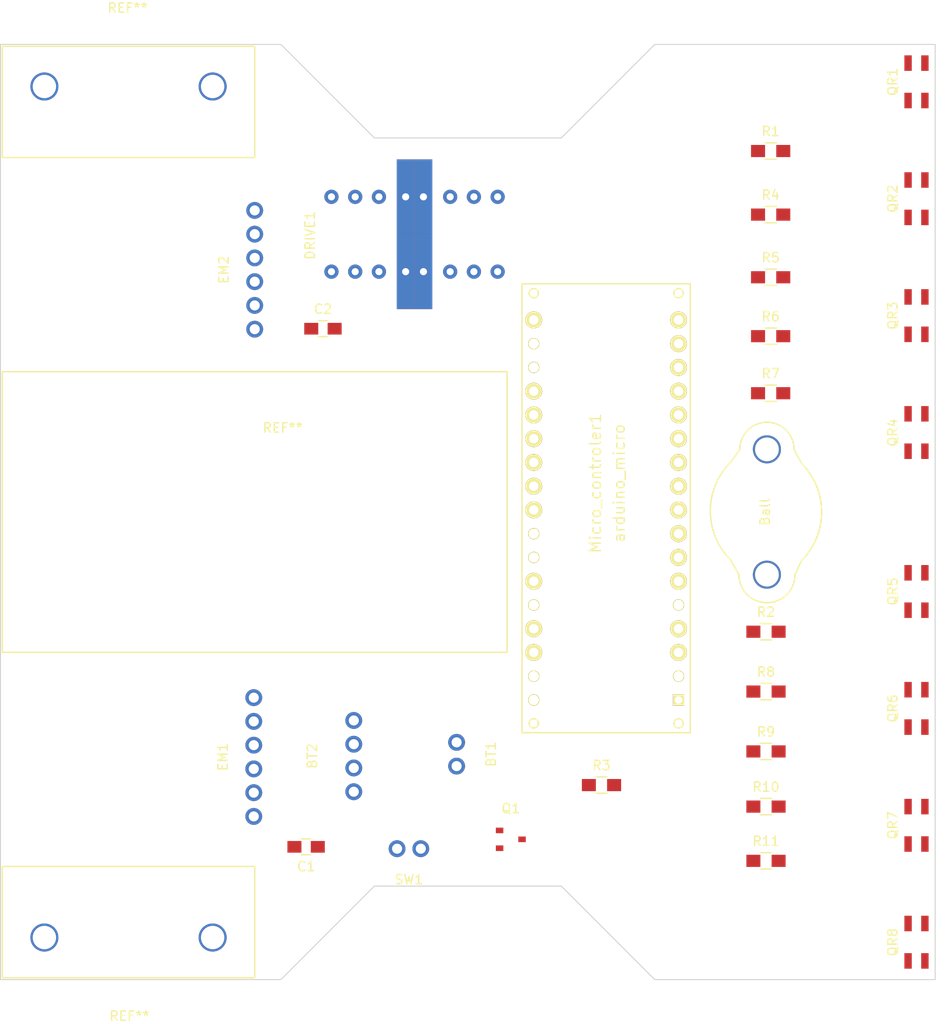
<source format=kicad_pcb>
(kicad_pcb (version 4) (host pcbnew 4.0.5)

  (general
    (links 83)
    (no_connects 83)
    (area 99.949999 49.949999 200.050001 150.050001)
    (thickness 1.6)
    (drawings 12)
    (tracks 0)
    (zones 0)
    (modules 33)
    (nets 39)
  )

  (page A4)
  (layers
    (0 F.Cu signal)
    (31 B.Cu signal)
    (32 B.Adhes user)
    (33 F.Adhes user)
    (34 B.Paste user)
    (35 F.Paste user)
    (36 B.SilkS user)
    (37 F.SilkS user)
    (38 B.Mask user)
    (39 F.Mask user)
    (40 Dwgs.User user)
    (41 Cmts.User user)
    (42 Eco1.User user)
    (43 Eco2.User user)
    (44 Edge.Cuts user)
    (45 Margin user)
    (46 B.CrtYd user)
    (47 F.CrtYd user)
    (48 B.Fab user)
    (49 F.Fab user)
  )

  (setup
    (last_trace_width 0.25)
    (trace_clearance 0.2)
    (zone_clearance 0.508)
    (zone_45_only no)
    (trace_min 0.2)
    (segment_width 0.2)
    (edge_width 0.1)
    (via_size 0.6)
    (via_drill 0.4)
    (via_min_size 0.4)
    (via_min_drill 0.3)
    (uvia_size 0.3)
    (uvia_drill 0.1)
    (uvias_allowed no)
    (uvia_min_size 0.2)
    (uvia_min_drill 0.1)
    (pcb_text_width 0.3)
    (pcb_text_size 1.5 1.5)
    (mod_edge_width 0.15)
    (mod_text_size 1 1)
    (mod_text_width 0.15)
    (pad_size 1.5 1.5)
    (pad_drill 0.6)
    (pad_to_mask_clearance 0)
    (aux_axis_origin 0 0)
    (visible_elements FFFFFF7F)
    (pcbplotparams
      (layerselection 0x00030_80000001)
      (usegerberextensions false)
      (excludeedgelayer true)
      (linewidth 0.100000)
      (plotframeref false)
      (viasonmask false)
      (mode 1)
      (useauxorigin false)
      (hpglpennumber 1)
      (hpglpenspeed 20)
      (hpglpendiameter 15)
      (hpglpenoverlay 2)
      (psnegative false)
      (psa4output false)
      (plotreference true)
      (plotvalue true)
      (plotinvisibletext false)
      (padsonsilk false)
      (subtractmaskfromsilk false)
      (outputformat 1)
      (mirror false)
      (drillshape 1)
      (scaleselection 1)
      (outputdirectory ""))
  )

  (net 0 "")
  (net 1 "Net-(BT1-Pad2)")
  (net 2 +9V)
  (net 3 "Net-(BT2-Pad4)")
  (net 4 "Net-(BT2-Pad3)")
  (net 5 GND)
  (net 6 +5V)
  (net 7 "Net-(C1-Pad1)")
  (net 8 "Net-(C1-Pad2)")
  (net 9 "Net-(C2-Pad1)")
  (net 10 "Net-(C2-Pad2)")
  (net 11 "Net-(DRIVE1-Pad10)")
  (net 12 "Net-(DRIVE1-Pad7)")
  (net 13 "Net-(DRIVE1-Pad15)")
  (net 14 "Net-(DRIVE1-Pad2)")
  (net 15 "Net-(EM1-Pad5)")
  (net 16 "Net-(EM1-Pad4)")
  (net 17 "Net-(EM2-Pad5)")
  (net 18 "Net-(EM2-Pad4)")
  (net 19 "Net-(Micro_controler1-PadA5)")
  (net 20 "Net-(Micro_controler1-PadA4)")
  (net 21 "Net-(Micro_controler1-PadA3)")
  (net 22 "Net-(Micro_controler1-PadA2)")
  (net 23 "Net-(Micro_controler1-PadA1)")
  (net 24 "Net-(Micro_controler1-PadA0)")
  (net 25 "Net-(Micro_controler1-Pad4)")
  (net 26 "Net-(Micro_controler1-Pad5)")
  (net 27 "Net-(Micro_controler1-Pad6)")
  (net 28 "Net-(Micro_controler1-Pad7)")
  (net 29 "Net-(Q1-Pad2)")
  (net 30 "Net-(Q1-Pad1)")
  (net 31 "Net-(QR1-Pad1)")
  (net 32 "Net-(QR1-Pad2)")
  (net 33 "Net-(QR2-Pad2)")
  (net 34 "Net-(QR3-Pad2)")
  (net 35 "Net-(QR5-Pad1)")
  (net 36 "Net-(QR5-Pad2)")
  (net 37 "Net-(QR6-Pad2)")
  (net 38 "Net-(QR7-Pad2)")

  (net_class Default "This is the default net class."
    (clearance 0.2)
    (trace_width 0.25)
    (via_dia 0.6)
    (via_drill 0.4)
    (uvia_dia 0.3)
    (uvia_drill 0.1)
    (add_net +5V)
    (add_net +9V)
    (add_net GND)
    (add_net "Net-(BT1-Pad2)")
    (add_net "Net-(BT2-Pad3)")
    (add_net "Net-(BT2-Pad4)")
    (add_net "Net-(C1-Pad1)")
    (add_net "Net-(C1-Pad2)")
    (add_net "Net-(C2-Pad1)")
    (add_net "Net-(C2-Pad2)")
    (add_net "Net-(DRIVE1-Pad10)")
    (add_net "Net-(DRIVE1-Pad15)")
    (add_net "Net-(DRIVE1-Pad2)")
    (add_net "Net-(DRIVE1-Pad7)")
    (add_net "Net-(EM1-Pad4)")
    (add_net "Net-(EM1-Pad5)")
    (add_net "Net-(EM2-Pad4)")
    (add_net "Net-(EM2-Pad5)")
    (add_net "Net-(Micro_controler1-Pad4)")
    (add_net "Net-(Micro_controler1-Pad5)")
    (add_net "Net-(Micro_controler1-Pad6)")
    (add_net "Net-(Micro_controler1-Pad7)")
    (add_net "Net-(Micro_controler1-PadA0)")
    (add_net "Net-(Micro_controler1-PadA1)")
    (add_net "Net-(Micro_controler1-PadA2)")
    (add_net "Net-(Micro_controler1-PadA3)")
    (add_net "Net-(Micro_controler1-PadA4)")
    (add_net "Net-(Micro_controler1-PadA5)")
    (add_net "Net-(Q1-Pad1)")
    (add_net "Net-(Q1-Pad2)")
    (add_net "Net-(QR1-Pad1)")
    (add_net "Net-(QR1-Pad2)")
    (add_net "Net-(QR2-Pad2)")
    (add_net "Net-(QR3-Pad2)")
    (add_net "Net-(QR5-Pad1)")
    (add_net "Net-(QR5-Pad2)")
    (add_net "Net-(QR6-Pad2)")
    (add_net "Net-(QR7-Pad2)")
  )

  (module Footprints:Baterry (layer F.Cu) (tedit 58CDB6A9) (tstamp 58D89ECE)
    (at 148.8 125.9 270)
    (path /58BDDBF4)
    (fp_text reference BT1 (at 0 -3.683 270) (layer F.SilkS)
      (effects (font (size 1 1) (thickness 0.15)))
    )
    (fp_text value Battery_Cell (at 0 3.302 270) (layer F.Fab)
      (effects (font (size 1 1) (thickness 0.15)))
    )
    (pad 2 thru_hole circle (at 1.27 0 270) (size 1.8 1.8) (drill 1.08) (layers *.Cu *.Mask)
      (net 1 "Net-(BT1-Pad2)"))
    (pad 1 thru_hole circle (at -1.27 0 270) (size 1.8 1.8) (drill 1.08) (layers *.Cu *.Mask)
      (net 2 +9V))
  )

  (module Footprints:JY_MCU (layer F.Cu) (tedit 58CDAA82) (tstamp 58D89ED6)
    (at 137.8 126.1 90)
    (path /58BD3AEA)
    (fp_text reference BT2 (at 0 -4.445 90) (layer F.SilkS)
      (effects (font (size 1 1) (thickness 0.15)))
    )
    (fp_text value Bluetooth (at 0 4.064 90) (layer F.Fab)
      (effects (font (size 1 1) (thickness 0.15)))
    )
    (pad 4 thru_hole circle (at 3.81 0 90) (size 1.8 1.8) (drill 1.08) (layers *.Cu *.Mask)
      (net 3 "Net-(BT2-Pad4)"))
    (pad 3 thru_hole circle (at 1.27 0 90) (size 1.8 1.8) (drill 1.08) (layers *.Cu *.Mask)
      (net 4 "Net-(BT2-Pad3)"))
    (pad 2 thru_hole circle (at -1.27 0 90) (size 1.8 1.8) (drill 1.08) (layers *.Cu *.Mask)
      (net 5 GND))
    (pad 1 thru_hole circle (at -3.81 0 90) (size 1.8 1.8) (drill 1.08) (layers *.Cu *.Mask)
      (net 6 +5V))
  )

  (module Capacitors_SMD:C_0805_HandSoldering (layer F.Cu) (tedit 541A9B8D) (tstamp 58D89EE6)
    (at 132.7 135.8 180)
    (descr "Capacitor SMD 0805, hand soldering")
    (tags "capacitor 0805")
    (path /58BE2187)
    (attr smd)
    (fp_text reference C1 (at 0 -2.1 180) (layer F.SilkS)
      (effects (font (size 1 1) (thickness 0.15)))
    )
    (fp_text value "C 22" (at 0 2.1 180) (layer F.Fab)
      (effects (font (size 1 1) (thickness 0.15)))
    )
    (fp_line (start -1 0.625) (end -1 -0.625) (layer F.Fab) (width 0.15))
    (fp_line (start 1 0.625) (end -1 0.625) (layer F.Fab) (width 0.15))
    (fp_line (start 1 -0.625) (end 1 0.625) (layer F.Fab) (width 0.15))
    (fp_line (start -1 -0.625) (end 1 -0.625) (layer F.Fab) (width 0.15))
    (fp_line (start -2.3 -1) (end 2.3 -1) (layer F.CrtYd) (width 0.05))
    (fp_line (start -2.3 1) (end 2.3 1) (layer F.CrtYd) (width 0.05))
    (fp_line (start -2.3 -1) (end -2.3 1) (layer F.CrtYd) (width 0.05))
    (fp_line (start 2.3 -1) (end 2.3 1) (layer F.CrtYd) (width 0.05))
    (fp_line (start 0.5 -0.85) (end -0.5 -0.85) (layer F.SilkS) (width 0.15))
    (fp_line (start -0.5 0.85) (end 0.5 0.85) (layer F.SilkS) (width 0.15))
    (pad 1 smd rect (at -1.25 0 180) (size 1.5 1.25) (layers F.Cu F.Paste F.Mask)
      (net 7 "Net-(C1-Pad1)"))
    (pad 2 smd rect (at 1.25 0 180) (size 1.5 1.25) (layers F.Cu F.Paste F.Mask)
      (net 8 "Net-(C1-Pad2)"))
    (model Capacitors_SMD.3dshapes/C_0805_HandSoldering.wrl
      (at (xyz 0 0 0))
      (scale (xyz 1 1 1))
      (rotate (xyz 0 0 0))
    )
  )

  (module Capacitors_SMD:C_0805_HandSoldering (layer F.Cu) (tedit 541A9B8D) (tstamp 58D89EF6)
    (at 134.5 80.4)
    (descr "Capacitor SMD 0805, hand soldering")
    (tags "capacitor 0805")
    (path /58BE231B)
    (attr smd)
    (fp_text reference C2 (at 0 -2.1) (layer F.SilkS)
      (effects (font (size 1 1) (thickness 0.15)))
    )
    (fp_text value "C 22" (at 0 2.1) (layer F.Fab)
      (effects (font (size 1 1) (thickness 0.15)))
    )
    (fp_line (start -1 0.625) (end -1 -0.625) (layer F.Fab) (width 0.15))
    (fp_line (start 1 0.625) (end -1 0.625) (layer F.Fab) (width 0.15))
    (fp_line (start 1 -0.625) (end 1 0.625) (layer F.Fab) (width 0.15))
    (fp_line (start -1 -0.625) (end 1 -0.625) (layer F.Fab) (width 0.15))
    (fp_line (start -2.3 -1) (end 2.3 -1) (layer F.CrtYd) (width 0.05))
    (fp_line (start -2.3 1) (end 2.3 1) (layer F.CrtYd) (width 0.05))
    (fp_line (start -2.3 -1) (end -2.3 1) (layer F.CrtYd) (width 0.05))
    (fp_line (start 2.3 -1) (end 2.3 1) (layer F.CrtYd) (width 0.05))
    (fp_line (start 0.5 -0.85) (end -0.5 -0.85) (layer F.SilkS) (width 0.15))
    (fp_line (start -0.5 0.85) (end 0.5 0.85) (layer F.SilkS) (width 0.15))
    (pad 1 smd rect (at -1.25 0) (size 1.5 1.25) (layers F.Cu F.Paste F.Mask)
      (net 9 "Net-(C2-Pad1)"))
    (pad 2 smd rect (at 1.25 0) (size 1.5 1.25) (layers F.Cu F.Paste F.Mask)
      (net 10 "Net-(C2-Pad2)"))
    (model Capacitors_SMD.3dshapes/C_0805_HandSoldering.wrl
      (at (xyz 0 0 0))
      (scale (xyz 1 1 1))
      (rotate (xyz 0 0 0))
    )
  )

  (module Footprints:L293DNE (layer F.Cu) (tedit 58CC633D) (tstamp 58D89F0A)
    (at 144.3 70.3 270)
    (path /58BC88E3)
    (fp_text reference DRIVE1 (at 0.127 11.176 270) (layer F.SilkS)
      (effects (font (size 1 1) (thickness 0.15)))
    )
    (fp_text value L293 (at 0 -11.176 270) (layer F.Fab)
      (effects (font (size 1 1) (thickness 0.15)))
    )
    (pad 12 thru_hole rect (at 4.001 0.9525 270) (size 8 1.905) (drill 0.762) (layers *.Cu *.Mask)
      (net 5 GND))
    (pad 13 thru_hole rect (at 4.001 -0.9525 270) (size 8 1.905) (drill 0.762) (layers *.Cu *.Mask)
      (net 5 GND))
    (pad 11 thru_hole circle (at 4 3.81 270) (size 1.524 1.524) (drill 0.762) (layers *.Cu *.Mask)
      (net 10 "Net-(C2-Pad2)"))
    (pad 10 thru_hole circle (at 4 6.35 270) (size 1.524 1.524) (drill 0.762) (layers *.Cu *.Mask)
      (net 11 "Net-(DRIVE1-Pad10)"))
    (pad 9 thru_hole circle (at 4 8.89 270) (size 1.524 1.524) (drill 0.762) (layers *.Cu *.Mask)
      (net 6 +5V))
    (pad 8 thru_hole circle (at -4 8.89 270) (size 1.524 1.524) (drill 0.762) (layers *.Cu *.Mask)
      (net 2 +9V))
    (pad 7 thru_hole circle (at -4 6.35 270) (size 1.524 1.524) (drill 0.762) (layers *.Cu *.Mask)
      (net 12 "Net-(DRIVE1-Pad7)"))
    (pad 6 thru_hole circle (at -4 3.81 270) (size 1.524 1.524) (drill 0.762) (layers *.Cu *.Mask)
      (net 7 "Net-(C1-Pad1)"))
    (pad 5 thru_hole rect (at -4 0.9525 270) (size 8 1.905) (drill 0.762) (layers *.Cu *.Mask)
      (net 5 GND))
    (pad 14 thru_hole circle (at 4 -3.81 270) (size 1.524 1.524) (drill 0.762) (layers *.Cu *.Mask)
      (net 9 "Net-(C2-Pad1)"))
    (pad 15 thru_hole circle (at 4 -6.35 270) (size 1.524 1.524) (drill 0.762) (layers *.Cu *.Mask)
      (net 13 "Net-(DRIVE1-Pad15)"))
    (pad 16 thru_hole circle (at 4 -8.89 270) (size 1.524 1.524) (drill 0.762) (layers *.Cu *.Mask)
      (net 6 +5V))
    (pad 1 thru_hole circle (at -4 -8.89 270) (size 1.524 1.524) (drill 0.762) (layers *.Cu *.Mask)
      (net 6 +5V))
    (pad 2 thru_hole circle (at -4 -6.35 270) (size 1.524 1.524) (drill 0.762) (layers *.Cu *.Mask)
      (net 14 "Net-(DRIVE1-Pad2)"))
    (pad 3 thru_hole circle (at -4 -3.81 270) (size 1.524 1.524) (drill 0.762) (layers *.Cu *.Mask)
      (net 8 "Net-(C1-Pad2)"))
    (pad 4 thru_hole rect (at -4 -0.9525 270) (size 8 1.905) (drill 0.762) (layers *.Cu *.Mask)
      (net 5 GND))
  )

  (module Footprints:EM_Encoder (layer F.Cu) (tedit 58CDACE7) (tstamp 58D89F14)
    (at 127.1 126.2 90)
    (path /58BC8DEF)
    (fp_text reference EM1 (at 0 -3.302 90) (layer F.SilkS)
      (effects (font (size 1 1) (thickness 0.15)))
    )
    (fp_text value EM_D (at 0.127 4.826 90) (layer F.Fab)
      (effects (font (size 1 1) (thickness 0.15)))
    )
    (pad 6 thru_hole circle (at 6.35 0 90) (size 1.8 1.8) (drill 1.08) (layers *.Cu *.Mask)
      (net 5 GND))
    (pad 5 thru_hole circle (at 3.81 0 90) (size 1.8 1.8) (drill 1.08) (layers *.Cu *.Mask)
      (net 15 "Net-(EM1-Pad5)"))
    (pad 4 thru_hole circle (at 1.27 0 90) (size 1.8 1.8) (drill 1.08) (layers *.Cu *.Mask)
      (net 16 "Net-(EM1-Pad4)"))
    (pad 3 thru_hole circle (at -1.27 0 90) (size 1.8 1.8) (drill 1.08) (layers *.Cu *.Mask)
      (net 6 +5V))
    (pad 2 thru_hole circle (at -3.81 0 90) (size 1.8 1.8) (drill 1.08) (layers *.Cu *.Mask)
      (net 7 "Net-(C1-Pad1)"))
    (pad 1 thru_hole circle (at -6.35 0 90) (size 1.8 1.8) (drill 1.08) (layers *.Cu *.Mask)
      (net 8 "Net-(C1-Pad2)"))
  )

  (module Footprints:EM_Encoder (layer F.Cu) (tedit 58CDACE7) (tstamp 58D89F1E)
    (at 127.2 74.1 90)
    (path /58BC8C6D)
    (fp_text reference EM2 (at 0 -3.302 90) (layer F.SilkS)
      (effects (font (size 1 1) (thickness 0.15)))
    )
    (fp_text value EM_L (at 0.127 4.826 90) (layer F.Fab)
      (effects (font (size 1 1) (thickness 0.15)))
    )
    (pad 6 thru_hole circle (at 6.35 0 90) (size 1.8 1.8) (drill 1.08) (layers *.Cu *.Mask)
      (net 5 GND))
    (pad 5 thru_hole circle (at 3.81 0 90) (size 1.8 1.8) (drill 1.08) (layers *.Cu *.Mask)
      (net 17 "Net-(EM2-Pad5)"))
    (pad 4 thru_hole circle (at 1.27 0 90) (size 1.8 1.8) (drill 1.08) (layers *.Cu *.Mask)
      (net 18 "Net-(EM2-Pad4)"))
    (pad 3 thru_hole circle (at -1.27 0 90) (size 1.8 1.8) (drill 1.08) (layers *.Cu *.Mask)
      (net 6 +5V))
    (pad 2 thru_hole circle (at -3.81 0 90) (size 1.8 1.8) (drill 1.08) (layers *.Cu *.Mask)
      (net 10 "Net-(C2-Pad2)"))
    (pad 1 thru_hole circle (at -6.35 0 90) (size 1.8 1.8) (drill 1.08) (layers *.Cu *.Mask)
      (net 9 "Net-(C2-Pad1)"))
  )

  (module Footprints:ARDUINO_MICRO_SHIELD (layer F.Cu) (tedit 58CDA8BB) (tstamp 58D89F4C)
    (at 173.8 123.6 90)
    (tags "ARDUINO, MICRO")
    (path /58BC84E8)
    (fp_text reference Micro_controler1 (at 26.67 -10.16 90) (layer F.SilkS)
      (effects (font (size 1.2 1.2) (thickness 0.15)))
    )
    (fp_text value arduino_micro (at 26.67 -7.62 90) (layer F.SilkS)
      (effects (font (size 1.2 1.2) (thickness 0.15)))
    )
    (fp_circle (center 1 -1.254) (end 1.5 -1.254) (layer F.SilkS) (width 0.15))
    (fp_circle (center 1 -16.746) (end 1.5 -16.746) (layer F.SilkS) (width 0.15))
    (fp_circle (center 47 -1.254) (end 47.5 -1.254) (layer F.SilkS) (width 0.15))
    (fp_circle (center 47 -16.746) (end 47.5 -16.746) (layer F.SilkS) (width 0.15))
    (fp_line (start 0 -18) (end 48 -18) (layer F.SilkS) (width 0.15))
    (fp_line (start 48 -18) (end 48 0) (layer F.SilkS) (width 0.15))
    (fp_line (start 48 0) (end 0 0) (layer F.SilkS) (width 0.15))
    (fp_line (start 0 0) (end 0 -18) (layer F.SilkS) (width 0.15))
    (pad SCK thru_hole circle (at 3.5 -16.746 90) (size 1.2 1.2) (drill 1) (layers *.Cu *.Mask F.SilkS))
    (pad MI thru_hole circle (at 6.04 -16.746 90) (size 1.2 1.2) (drill 1) (layers *.Cu *.Mask F.SilkS))
    (pad VI thru_hole circle (at 8.58 -16.746 90) (size 1.8 1.8) (drill 1) (layers *.Cu *.Mask F.SilkS)
      (net 2 +9V))
    (pad GND thru_hole circle (at 11.12 -16.746 90) (size 1.8 1.8) (drill 1) (layers *.Cu *.Mask F.SilkS)
      (net 5 GND))
    (pad RST thru_hole circle (at 13.66 -16.746 90) (size 1.2 1.2) (drill 1) (layers *.Cu *.Mask F.SilkS))
    (pad 5V thru_hole circle (at 16.2 -16.746 90) (size 1.8 1.8) (drill 1) (layers *.Cu *.Mask F.SilkS)
      (net 6 +5V))
    (pad NC thru_hole circle (at 18.74 -16.746 90) (size 1.2 1.2) (drill 1) (layers *.Cu *.Mask F.SilkS))
    (pad NC thru_hole circle (at 21.28 -16.746 90) (size 1.2 1.2) (drill 1) (layers *.Cu *.Mask F.SilkS))
    (pad A5 thru_hole circle (at 23.82 -16.746 90) (size 1.8 1.8) (drill 1) (layers *.Cu *.Mask F.SilkS)
      (net 19 "Net-(Micro_controler1-PadA5)"))
    (pad A4 thru_hole circle (at 26.36 -16.746 90) (size 1.8 1.8) (drill 1) (layers *.Cu *.Mask F.SilkS)
      (net 20 "Net-(Micro_controler1-PadA4)"))
    (pad A3 thru_hole circle (at 28.9 -16.746 90) (size 1.8 1.8) (drill 1) (layers *.Cu *.Mask F.SilkS)
      (net 21 "Net-(Micro_controler1-PadA3)"))
    (pad A2 thru_hole circle (at 31.44 -16.746 90) (size 1.8 1.8) (drill 1) (layers *.Cu *.Mask F.SilkS)
      (net 22 "Net-(Micro_controler1-PadA2)"))
    (pad A1 thru_hole circle (at 33.98 -16.746 90) (size 1.8 1.8) (drill 1) (layers *.Cu *.Mask F.SilkS)
      (net 23 "Net-(Micro_controler1-PadA1)"))
    (pad A0 thru_hole circle (at 36.52 -16.746 90) (size 1.8 1.8) (drill 1) (layers *.Cu *.Mask F.SilkS)
      (net 24 "Net-(Micro_controler1-PadA0)"))
    (pad AREF thru_hole circle (at 39.06 -16.746 90) (size 1.2 1.2) (drill 1) (layers *.Cu *.Mask F.SilkS))
    (pad 3.3V thru_hole circle (at 41.6 -16.746 90) (size 1.2 1.2) (drill 1) (layers *.Cu *.Mask F.SilkS))
    (pad 13 thru_hole circle (at 44.14 -16.746 90) (size 1.8 1.8) (drill 1) (layers *.Cu *.Mask F.SilkS)
      (net 11 "Net-(DRIVE1-Pad10)"))
    (pad MO thru_hole rect (at 3.5 -1.254 90) (size 1.2 1.2) (drill 0.8) (layers *.Cu *.Mask F.SilkS))
    (pad SS thru_hole circle (at 6.04 -1.254 90) (size 1.2 1.2) (drill 1) (layers *.Cu *.Mask F.SilkS))
    (pad TX thru_hole circle (at 8.58 -1.254 90) (size 1.8 1.8) (drill 1) (layers *.Cu *.Mask F.SilkS)
      (net 17 "Net-(EM2-Pad5)"))
    (pad RX thru_hole circle (at 11.12 -1.254 90) (size 1.8 1.8) (drill 1) (layers *.Cu *.Mask F.SilkS)
      (net 18 "Net-(EM2-Pad4)"))
    (pad RST thru_hole circle (at 13.66 -1.254 90) (size 1.2 1.2) (drill 1) (layers *.Cu *.Mask F.SilkS))
    (pad GND thru_hole circle (at 16.2 -1.254 90) (size 1.8 1.8) (drill 1) (layers *.Cu *.Mask F.SilkS)
      (net 5 GND))
    (pad 2 thru_hole circle (at 18.74 -1.254 90) (size 1.8 1.8) (drill 1) (layers *.Cu *.Mask F.SilkS)
      (net 16 "Net-(EM1-Pad4)"))
    (pad 3 thru_hole circle (at 21.28 -1.254 90) (size 1.8 1.8) (drill 1) (layers *.Cu *.Mask F.SilkS)
      (net 15 "Net-(EM1-Pad5)"))
    (pad 4 thru_hole circle (at 23.82 -1.254 90) (size 1.8 1.8) (drill 1) (layers *.Cu *.Mask F.SilkS)
      (net 25 "Net-(Micro_controler1-Pad4)"))
    (pad 5 thru_hole circle (at 26.36 -1.254 90) (size 1.8 1.8) (drill 1) (layers *.Cu *.Mask F.SilkS)
      (net 26 "Net-(Micro_controler1-Pad5)"))
    (pad 6 thru_hole circle (at 28.9 -1.254 90) (size 1.8 1.8) (drill 1) (layers *.Cu *.Mask F.SilkS)
      (net 27 "Net-(Micro_controler1-Pad6)"))
    (pad 7 thru_hole circle (at 31.44 -1.254 90) (size 1.8 1.8) (drill 1) (layers *.Cu *.Mask F.SilkS)
      (net 28 "Net-(Micro_controler1-Pad7)"))
    (pad 8 thru_hole circle (at 33.98 -1.254 90) (size 1.8 1.8) (drill 1) (layers *.Cu *.Mask F.SilkS)
      (net 4 "Net-(BT2-Pad3)"))
    (pad 9 thru_hole circle (at 36.52 -1.254 90) (size 1.8 1.8) (drill 1) (layers *.Cu *.Mask F.SilkS)
      (net 3 "Net-(BT2-Pad4)"))
    (pad 10 thru_hole circle (at 39.06 -1.254 90) (size 1.8 1.8) (drill 1) (layers *.Cu *.Mask F.SilkS)
      (net 12 "Net-(DRIVE1-Pad7)"))
    (pad 11 thru_hole circle (at 41.6 -1.254 90) (size 1.8 1.8) (drill 1) (layers *.Cu *.Mask F.SilkS)
      (net 14 "Net-(DRIVE1-Pad2)"))
    (pad 12 thru_hole circle (at 44.14 -1.254 90) (size 1.8 1.8) (drill 1) (layers *.Cu *.Mask F.SilkS)
      (net 13 "Net-(DRIVE1-Pad15)"))
  )

  (module Footprints:BSV52_NPN (layer F.Cu) (tedit 58CC2648) (tstamp 58D89F53)
    (at 154.6 135)
    (path /58BCA950)
    (fp_text reference Q1 (at 0 -3.302) (layer F.SilkS)
      (effects (font (size 1 1) (thickness 0.15)))
    )
    (fp_text value Q_NPN_CBE (at 0 3.683) (layer F.Fab)
      (effects (font (size 1 1) (thickness 0.15)))
    )
    (pad 3 smd rect (at 1.2 0) (size 0.8 0.6) (layers F.Cu F.Paste F.Mask)
      (net 5 GND))
    (pad 2 smd rect (at -1.2 0.95) (size 0.8 0.6) (layers F.Cu F.Paste F.Mask)
      (net 29 "Net-(Q1-Pad2)"))
    (pad 1 smd rect (at -1.2 -0.95) (size 0.8 0.6) (layers F.Cu F.Paste F.Mask)
      (net 30 "Net-(Q1-Pad1)"))
  )

  (module Footprints:qre1113GR (layer F.Cu) (tedit 58BD2156) (tstamp 58D89F5B)
    (at 198 54 270)
    (path /58BC5B38)
    (fp_text reference QR1 (at 0 2.54 270) (layer F.SilkS)
      (effects (font (size 1 1) (thickness 0.15)))
    )
    (fp_text value QRE1113 (at 0 -2.54 270) (layer F.Fab)
      (effects (font (size 1 1) (thickness 0.15)))
    )
    (pad 1 smd rect (at -2 0.9 270) (size 1.66 0.79) (layers F.Cu F.Paste F.Mask)
      (net 31 "Net-(QR1-Pad1)"))
    (pad 2 smd rect (at 2 0.9 270) (size 1.66 0.79) (layers F.Cu F.Paste F.Mask)
      (net 32 "Net-(QR1-Pad2)"))
    (pad 3 smd rect (at 2 -0.9 270) (size 1.66 0.79) (layers F.Cu F.Paste F.Mask)
      (net 24 "Net-(Micro_controler1-PadA0)"))
    (pad 4 smd rect (at -2 -0.9 270) (size 1.66 0.79) (layers F.Cu F.Paste F.Mask)
      (net 5 GND))
  )

  (module Footprints:qre1113GR (layer F.Cu) (tedit 58BD2156) (tstamp 58D89F63)
    (at 198 66.5 270)
    (path /58BC5B6D)
    (fp_text reference QR2 (at 0 2.54 270) (layer F.SilkS)
      (effects (font (size 1 1) (thickness 0.15)))
    )
    (fp_text value QRE1113 (at 0 -2.54 270) (layer F.Fab)
      (effects (font (size 1 1) (thickness 0.15)))
    )
    (pad 1 smd rect (at -2 0.9 270) (size 1.66 0.79) (layers F.Cu F.Paste F.Mask)
      (net 32 "Net-(QR1-Pad2)"))
    (pad 2 smd rect (at 2 0.9 270) (size 1.66 0.79) (layers F.Cu F.Paste F.Mask)
      (net 33 "Net-(QR2-Pad2)"))
    (pad 3 smd rect (at 2 -0.9 270) (size 1.66 0.79) (layers F.Cu F.Paste F.Mask)
      (net 23 "Net-(Micro_controler1-PadA1)"))
    (pad 4 smd rect (at -2 -0.9 270) (size 1.66 0.79) (layers F.Cu F.Paste F.Mask)
      (net 5 GND))
  )

  (module Footprints:qre1113GR (layer F.Cu) (tedit 58BD2156) (tstamp 58D89F6B)
    (at 198 79 270)
    (path /58BC5BF6)
    (fp_text reference QR3 (at 0 2.54 270) (layer F.SilkS)
      (effects (font (size 1 1) (thickness 0.15)))
    )
    (fp_text value QRE1113 (at 0 -2.54 270) (layer F.Fab)
      (effects (font (size 1 1) (thickness 0.15)))
    )
    (pad 1 smd rect (at -2 0.9 270) (size 1.66 0.79) (layers F.Cu F.Paste F.Mask)
      (net 33 "Net-(QR2-Pad2)"))
    (pad 2 smd rect (at 2 0.9 270) (size 1.66 0.79) (layers F.Cu F.Paste F.Mask)
      (net 34 "Net-(QR3-Pad2)"))
    (pad 3 smd rect (at 2 -0.9 270) (size 1.66 0.79) (layers F.Cu F.Paste F.Mask)
      (net 22 "Net-(Micro_controler1-PadA2)"))
    (pad 4 smd rect (at -2 -0.9 270) (size 1.66 0.79) (layers F.Cu F.Paste F.Mask)
      (net 5 GND))
  )

  (module Footprints:qre1113GR (layer F.Cu) (tedit 58BD2156) (tstamp 58D89F73)
    (at 198 91.5 270)
    (path /58BC5C3D)
    (fp_text reference QR4 (at 0 2.54 270) (layer F.SilkS)
      (effects (font (size 1 1) (thickness 0.15)))
    )
    (fp_text value QRE1113 (at 0 -2.54 270) (layer F.Fab)
      (effects (font (size 1 1) (thickness 0.15)))
    )
    (pad 1 smd rect (at -2 0.9 270) (size 1.66 0.79) (layers F.Cu F.Paste F.Mask)
      (net 34 "Net-(QR3-Pad2)"))
    (pad 2 smd rect (at 2 0.9 270) (size 1.66 0.79) (layers F.Cu F.Paste F.Mask)
      (net 30 "Net-(Q1-Pad1)"))
    (pad 3 smd rect (at 2 -0.9 270) (size 1.66 0.79) (layers F.Cu F.Paste F.Mask)
      (net 21 "Net-(Micro_controler1-PadA3)"))
    (pad 4 smd rect (at -2 -0.9 270) (size 1.66 0.79) (layers F.Cu F.Paste F.Mask)
      (net 5 GND))
  )

  (module Footprints:qre1113GR (layer F.Cu) (tedit 58BD2156) (tstamp 58D89F7B)
    (at 198 108.5 270)
    (path /58BC5DCC)
    (fp_text reference QR5 (at 0 2.54 270) (layer F.SilkS)
      (effects (font (size 1 1) (thickness 0.15)))
    )
    (fp_text value QRE1113 (at 0 -2.54 270) (layer F.Fab)
      (effects (font (size 1 1) (thickness 0.15)))
    )
    (pad 1 smd rect (at -2 0.9 270) (size 1.66 0.79) (layers F.Cu F.Paste F.Mask)
      (net 35 "Net-(QR5-Pad1)"))
    (pad 2 smd rect (at 2 0.9 270) (size 1.66 0.79) (layers F.Cu F.Paste F.Mask)
      (net 36 "Net-(QR5-Pad2)"))
    (pad 3 smd rect (at 2 -0.9 270) (size 1.66 0.79) (layers F.Cu F.Paste F.Mask)
      (net 20 "Net-(Micro_controler1-PadA4)"))
    (pad 4 smd rect (at -2 -0.9 270) (size 1.66 0.79) (layers F.Cu F.Paste F.Mask)
      (net 5 GND))
  )

  (module Footprints:qre1113GR (layer F.Cu) (tedit 58BD2156) (tstamp 58D89F83)
    (at 198 121 270)
    (path /58BC5E37)
    (fp_text reference QR6 (at 0 2.54 270) (layer F.SilkS)
      (effects (font (size 1 1) (thickness 0.15)))
    )
    (fp_text value QRE1113 (at 0 -2.54 270) (layer F.Fab)
      (effects (font (size 1 1) (thickness 0.15)))
    )
    (pad 1 smd rect (at -2 0.9 270) (size 1.66 0.79) (layers F.Cu F.Paste F.Mask)
      (net 36 "Net-(QR5-Pad2)"))
    (pad 2 smd rect (at 2 0.9 270) (size 1.66 0.79) (layers F.Cu F.Paste F.Mask)
      (net 37 "Net-(QR6-Pad2)"))
    (pad 3 smd rect (at 2 -0.9 270) (size 1.66 0.79) (layers F.Cu F.Paste F.Mask)
      (net 19 "Net-(Micro_controler1-PadA5)"))
    (pad 4 smd rect (at -2 -0.9 270) (size 1.66 0.79) (layers F.Cu F.Paste F.Mask)
      (net 5 GND))
  )

  (module Footprints:qre1113GR (layer F.Cu) (tedit 58BD2156) (tstamp 58D89F8B)
    (at 198 133.5 270)
    (path /58BC5E82)
    (fp_text reference QR7 (at 0 2.54 270) (layer F.SilkS)
      (effects (font (size 1 1) (thickness 0.15)))
    )
    (fp_text value QRE1113 (at 0 -2.54 270) (layer F.Fab)
      (effects (font (size 1 1) (thickness 0.15)))
    )
    (pad 1 smd rect (at -2 0.9 270) (size 1.66 0.79) (layers F.Cu F.Paste F.Mask)
      (net 37 "Net-(QR6-Pad2)"))
    (pad 2 smd rect (at 2 0.9 270) (size 1.66 0.79) (layers F.Cu F.Paste F.Mask)
      (net 38 "Net-(QR7-Pad2)"))
    (pad 3 smd rect (at 2 -0.9 270) (size 1.66 0.79) (layers F.Cu F.Paste F.Mask)
      (net 25 "Net-(Micro_controler1-Pad4)"))
    (pad 4 smd rect (at -2 -0.9 270) (size 1.66 0.79) (layers F.Cu F.Paste F.Mask)
      (net 5 GND))
  )

  (module Footprints:qre1113GR (layer F.Cu) (tedit 58BD2156) (tstamp 58D89F93)
    (at 198 146 270)
    (path /58BC5ECF)
    (fp_text reference QR8 (at 0 2.54 270) (layer F.SilkS)
      (effects (font (size 1 1) (thickness 0.15)))
    )
    (fp_text value QRE1113 (at 0 -2.54 270) (layer F.Fab)
      (effects (font (size 1 1) (thickness 0.15)))
    )
    (pad 1 smd rect (at -2 0.9 270) (size 1.66 0.79) (layers F.Cu F.Paste F.Mask)
      (net 38 "Net-(QR7-Pad2)"))
    (pad 2 smd rect (at 2 0.9 270) (size 1.66 0.79) (layers F.Cu F.Paste F.Mask)
      (net 30 "Net-(Q1-Pad1)"))
    (pad 3 smd rect (at 2 -0.9 270) (size 1.66 0.79) (layers F.Cu F.Paste F.Mask)
      (net 27 "Net-(Micro_controler1-Pad6)"))
    (pad 4 smd rect (at -2 -0.9 270) (size 1.66 0.79) (layers F.Cu F.Paste F.Mask)
      (net 5 GND))
  )

  (module Resistors_SMD:R_0805_HandSoldering (layer F.Cu) (tedit 58307B90) (tstamp 58D89FA3)
    (at 182.4 61.4)
    (descr "Resistor SMD 0805, hand soldering")
    (tags "resistor 0805")
    (path /58BC9C5B)
    (attr smd)
    (fp_text reference R1 (at 0 -2.1) (layer F.SilkS)
      (effects (font (size 1 1) (thickness 0.15)))
    )
    (fp_text value 150 (at 0 2.1) (layer F.Fab)
      (effects (font (size 1 1) (thickness 0.15)))
    )
    (fp_line (start -1 0.625) (end -1 -0.625) (layer F.Fab) (width 0.1))
    (fp_line (start 1 0.625) (end -1 0.625) (layer F.Fab) (width 0.1))
    (fp_line (start 1 -0.625) (end 1 0.625) (layer F.Fab) (width 0.1))
    (fp_line (start -1 -0.625) (end 1 -0.625) (layer F.Fab) (width 0.1))
    (fp_line (start -2.4 -1) (end 2.4 -1) (layer F.CrtYd) (width 0.05))
    (fp_line (start -2.4 1) (end 2.4 1) (layer F.CrtYd) (width 0.05))
    (fp_line (start -2.4 -1) (end -2.4 1) (layer F.CrtYd) (width 0.05))
    (fp_line (start 2.4 -1) (end 2.4 1) (layer F.CrtYd) (width 0.05))
    (fp_line (start 0.6 0.875) (end -0.6 0.875) (layer F.SilkS) (width 0.15))
    (fp_line (start -0.6 -0.875) (end 0.6 -0.875) (layer F.SilkS) (width 0.15))
    (pad 1 smd rect (at -1.35 0) (size 1.5 1.3) (layers F.Cu F.Paste F.Mask)
      (net 31 "Net-(QR1-Pad1)"))
    (pad 2 smd rect (at 1.35 0) (size 1.5 1.3) (layers F.Cu F.Paste F.Mask)
      (net 2 +9V))
    (model Resistors_SMD.3dshapes/R_0805_HandSoldering.wrl
      (at (xyz 0 0 0))
      (scale (xyz 1 1 1))
      (rotate (xyz 0 0 0))
    )
  )

  (module Resistors_SMD:R_0805_HandSoldering (layer F.Cu) (tedit 58307B90) (tstamp 58D89FB3)
    (at 181.9 112.8)
    (descr "Resistor SMD 0805, hand soldering")
    (tags "resistor 0805")
    (path /58BCA426)
    (attr smd)
    (fp_text reference R2 (at 0 -2.1) (layer F.SilkS)
      (effects (font (size 1 1) (thickness 0.15)))
    )
    (fp_text value 150 (at 0 2.1) (layer F.Fab)
      (effects (font (size 1 1) (thickness 0.15)))
    )
    (fp_line (start -1 0.625) (end -1 -0.625) (layer F.Fab) (width 0.1))
    (fp_line (start 1 0.625) (end -1 0.625) (layer F.Fab) (width 0.1))
    (fp_line (start 1 -0.625) (end 1 0.625) (layer F.Fab) (width 0.1))
    (fp_line (start -1 -0.625) (end 1 -0.625) (layer F.Fab) (width 0.1))
    (fp_line (start -2.4 -1) (end 2.4 -1) (layer F.CrtYd) (width 0.05))
    (fp_line (start -2.4 1) (end 2.4 1) (layer F.CrtYd) (width 0.05))
    (fp_line (start -2.4 -1) (end -2.4 1) (layer F.CrtYd) (width 0.05))
    (fp_line (start 2.4 -1) (end 2.4 1) (layer F.CrtYd) (width 0.05))
    (fp_line (start 0.6 0.875) (end -0.6 0.875) (layer F.SilkS) (width 0.15))
    (fp_line (start -0.6 -0.875) (end 0.6 -0.875) (layer F.SilkS) (width 0.15))
    (pad 1 smd rect (at -1.35 0) (size 1.5 1.3) (layers F.Cu F.Paste F.Mask)
      (net 35 "Net-(QR5-Pad1)"))
    (pad 2 smd rect (at 1.35 0) (size 1.5 1.3) (layers F.Cu F.Paste F.Mask)
      (net 2 +9V))
    (model Resistors_SMD.3dshapes/R_0805_HandSoldering.wrl
      (at (xyz 0 0 0))
      (scale (xyz 1 1 1))
      (rotate (xyz 0 0 0))
    )
  )

  (module Resistors_SMD:R_0805_HandSoldering (layer F.Cu) (tedit 58307B90) (tstamp 58D89FC3)
    (at 164.3 129.2)
    (descr "Resistor SMD 0805, hand soldering")
    (tags "resistor 0805")
    (path /58C8BBD7)
    (attr smd)
    (fp_text reference R3 (at 0 -2.1) (layer F.SilkS)
      (effects (font (size 1 1) (thickness 0.15)))
    )
    (fp_text value 1k (at 0 2.1) (layer F.Fab)
      (effects (font (size 1 1) (thickness 0.15)))
    )
    (fp_line (start -1 0.625) (end -1 -0.625) (layer F.Fab) (width 0.1))
    (fp_line (start 1 0.625) (end -1 0.625) (layer F.Fab) (width 0.1))
    (fp_line (start 1 -0.625) (end 1 0.625) (layer F.Fab) (width 0.1))
    (fp_line (start -1 -0.625) (end 1 -0.625) (layer F.Fab) (width 0.1))
    (fp_line (start -2.4 -1) (end 2.4 -1) (layer F.CrtYd) (width 0.05))
    (fp_line (start -2.4 1) (end 2.4 1) (layer F.CrtYd) (width 0.05))
    (fp_line (start -2.4 -1) (end -2.4 1) (layer F.CrtYd) (width 0.05))
    (fp_line (start 2.4 -1) (end 2.4 1) (layer F.CrtYd) (width 0.05))
    (fp_line (start 0.6 0.875) (end -0.6 0.875) (layer F.SilkS) (width 0.15))
    (fp_line (start -0.6 -0.875) (end 0.6 -0.875) (layer F.SilkS) (width 0.15))
    (pad 1 smd rect (at -1.35 0) (size 1.5 1.3) (layers F.Cu F.Paste F.Mask)
      (net 29 "Net-(Q1-Pad2)"))
    (pad 2 smd rect (at 1.35 0) (size 1.5 1.3) (layers F.Cu F.Paste F.Mask)
      (net 28 "Net-(Micro_controler1-Pad7)"))
    (model Resistors_SMD.3dshapes/R_0805_HandSoldering.wrl
      (at (xyz 0 0 0))
      (scale (xyz 1 1 1))
      (rotate (xyz 0 0 0))
    )
  )

  (module Resistors_SMD:R_0805_HandSoldering (layer F.Cu) (tedit 58307B90) (tstamp 58D89FD3)
    (at 182.4 68.2)
    (descr "Resistor SMD 0805, hand soldering")
    (tags "resistor 0805")
    (path /58BCB9EE)
    (attr smd)
    (fp_text reference R4 (at 0 -2.1) (layer F.SilkS)
      (effects (font (size 1 1) (thickness 0.15)))
    )
    (fp_text value 10K (at 0 2.1) (layer F.Fab)
      (effects (font (size 1 1) (thickness 0.15)))
    )
    (fp_line (start -1 0.625) (end -1 -0.625) (layer F.Fab) (width 0.1))
    (fp_line (start 1 0.625) (end -1 0.625) (layer F.Fab) (width 0.1))
    (fp_line (start 1 -0.625) (end 1 0.625) (layer F.Fab) (width 0.1))
    (fp_line (start -1 -0.625) (end 1 -0.625) (layer F.Fab) (width 0.1))
    (fp_line (start -2.4 -1) (end 2.4 -1) (layer F.CrtYd) (width 0.05))
    (fp_line (start -2.4 1) (end 2.4 1) (layer F.CrtYd) (width 0.05))
    (fp_line (start -2.4 -1) (end -2.4 1) (layer F.CrtYd) (width 0.05))
    (fp_line (start 2.4 -1) (end 2.4 1) (layer F.CrtYd) (width 0.05))
    (fp_line (start 0.6 0.875) (end -0.6 0.875) (layer F.SilkS) (width 0.15))
    (fp_line (start -0.6 -0.875) (end 0.6 -0.875) (layer F.SilkS) (width 0.15))
    (pad 1 smd rect (at -1.35 0) (size 1.5 1.3) (layers F.Cu F.Paste F.Mask)
      (net 6 +5V))
    (pad 2 smd rect (at 1.35 0) (size 1.5 1.3) (layers F.Cu F.Paste F.Mask)
      (net 24 "Net-(Micro_controler1-PadA0)"))
    (model Resistors_SMD.3dshapes/R_0805_HandSoldering.wrl
      (at (xyz 0 0 0))
      (scale (xyz 1 1 1))
      (rotate (xyz 0 0 0))
    )
  )

  (module Resistors_SMD:R_0805_HandSoldering (layer F.Cu) (tedit 58307B90) (tstamp 58D89FE3)
    (at 182.4 74.9)
    (descr "Resistor SMD 0805, hand soldering")
    (tags "resistor 0805")
    (path /58BCBBF6)
    (attr smd)
    (fp_text reference R5 (at 0 -2.1) (layer F.SilkS)
      (effects (font (size 1 1) (thickness 0.15)))
    )
    (fp_text value 10K (at 0 2.1) (layer F.Fab)
      (effects (font (size 1 1) (thickness 0.15)))
    )
    (fp_line (start -1 0.625) (end -1 -0.625) (layer F.Fab) (width 0.1))
    (fp_line (start 1 0.625) (end -1 0.625) (layer F.Fab) (width 0.1))
    (fp_line (start 1 -0.625) (end 1 0.625) (layer F.Fab) (width 0.1))
    (fp_line (start -1 -0.625) (end 1 -0.625) (layer F.Fab) (width 0.1))
    (fp_line (start -2.4 -1) (end 2.4 -1) (layer F.CrtYd) (width 0.05))
    (fp_line (start -2.4 1) (end 2.4 1) (layer F.CrtYd) (width 0.05))
    (fp_line (start -2.4 -1) (end -2.4 1) (layer F.CrtYd) (width 0.05))
    (fp_line (start 2.4 -1) (end 2.4 1) (layer F.CrtYd) (width 0.05))
    (fp_line (start 0.6 0.875) (end -0.6 0.875) (layer F.SilkS) (width 0.15))
    (fp_line (start -0.6 -0.875) (end 0.6 -0.875) (layer F.SilkS) (width 0.15))
    (pad 1 smd rect (at -1.35 0) (size 1.5 1.3) (layers F.Cu F.Paste F.Mask)
      (net 6 +5V))
    (pad 2 smd rect (at 1.35 0) (size 1.5 1.3) (layers F.Cu F.Paste F.Mask)
      (net 23 "Net-(Micro_controler1-PadA1)"))
    (model Resistors_SMD.3dshapes/R_0805_HandSoldering.wrl
      (at (xyz 0 0 0))
      (scale (xyz 1 1 1))
      (rotate (xyz 0 0 0))
    )
  )

  (module Resistors_SMD:R_0805_HandSoldering (layer F.Cu) (tedit 58307B90) (tstamp 58D89FF3)
    (at 182.4 81.2)
    (descr "Resistor SMD 0805, hand soldering")
    (tags "resistor 0805")
    (path /58BCBCF8)
    (attr smd)
    (fp_text reference R6 (at 0 -2.1) (layer F.SilkS)
      (effects (font (size 1 1) (thickness 0.15)))
    )
    (fp_text value 10K (at 0 2.1) (layer F.Fab)
      (effects (font (size 1 1) (thickness 0.15)))
    )
    (fp_line (start -1 0.625) (end -1 -0.625) (layer F.Fab) (width 0.1))
    (fp_line (start 1 0.625) (end -1 0.625) (layer F.Fab) (width 0.1))
    (fp_line (start 1 -0.625) (end 1 0.625) (layer F.Fab) (width 0.1))
    (fp_line (start -1 -0.625) (end 1 -0.625) (layer F.Fab) (width 0.1))
    (fp_line (start -2.4 -1) (end 2.4 -1) (layer F.CrtYd) (width 0.05))
    (fp_line (start -2.4 1) (end 2.4 1) (layer F.CrtYd) (width 0.05))
    (fp_line (start -2.4 -1) (end -2.4 1) (layer F.CrtYd) (width 0.05))
    (fp_line (start 2.4 -1) (end 2.4 1) (layer F.CrtYd) (width 0.05))
    (fp_line (start 0.6 0.875) (end -0.6 0.875) (layer F.SilkS) (width 0.15))
    (fp_line (start -0.6 -0.875) (end 0.6 -0.875) (layer F.SilkS) (width 0.15))
    (pad 1 smd rect (at -1.35 0) (size 1.5 1.3) (layers F.Cu F.Paste F.Mask)
      (net 6 +5V))
    (pad 2 smd rect (at 1.35 0) (size 1.5 1.3) (layers F.Cu F.Paste F.Mask)
      (net 22 "Net-(Micro_controler1-PadA2)"))
    (model Resistors_SMD.3dshapes/R_0805_HandSoldering.wrl
      (at (xyz 0 0 0))
      (scale (xyz 1 1 1))
      (rotate (xyz 0 0 0))
    )
  )

  (module Resistors_SMD:R_0805_HandSoldering (layer F.Cu) (tedit 58307B90) (tstamp 58D8A003)
    (at 182.4 87.3)
    (descr "Resistor SMD 0805, hand soldering")
    (tags "resistor 0805")
    (path /58BCBD4F)
    (attr smd)
    (fp_text reference R7 (at 0 -2.1) (layer F.SilkS)
      (effects (font (size 1 1) (thickness 0.15)))
    )
    (fp_text value 10K (at 0 2.1) (layer F.Fab)
      (effects (font (size 1 1) (thickness 0.15)))
    )
    (fp_line (start -1 0.625) (end -1 -0.625) (layer F.Fab) (width 0.1))
    (fp_line (start 1 0.625) (end -1 0.625) (layer F.Fab) (width 0.1))
    (fp_line (start 1 -0.625) (end 1 0.625) (layer F.Fab) (width 0.1))
    (fp_line (start -1 -0.625) (end 1 -0.625) (layer F.Fab) (width 0.1))
    (fp_line (start -2.4 -1) (end 2.4 -1) (layer F.CrtYd) (width 0.05))
    (fp_line (start -2.4 1) (end 2.4 1) (layer F.CrtYd) (width 0.05))
    (fp_line (start -2.4 -1) (end -2.4 1) (layer F.CrtYd) (width 0.05))
    (fp_line (start 2.4 -1) (end 2.4 1) (layer F.CrtYd) (width 0.05))
    (fp_line (start 0.6 0.875) (end -0.6 0.875) (layer F.SilkS) (width 0.15))
    (fp_line (start -0.6 -0.875) (end 0.6 -0.875) (layer F.SilkS) (width 0.15))
    (pad 1 smd rect (at -1.35 0) (size 1.5 1.3) (layers F.Cu F.Paste F.Mask)
      (net 6 +5V))
    (pad 2 smd rect (at 1.35 0) (size 1.5 1.3) (layers F.Cu F.Paste F.Mask)
      (net 21 "Net-(Micro_controler1-PadA3)"))
    (model Resistors_SMD.3dshapes/R_0805_HandSoldering.wrl
      (at (xyz 0 0 0))
      (scale (xyz 1 1 1))
      (rotate (xyz 0 0 0))
    )
  )

  (module Resistors_SMD:R_0805_HandSoldering (layer F.Cu) (tedit 58307B90) (tstamp 58D8A013)
    (at 181.9 119.2)
    (descr "Resistor SMD 0805, hand soldering")
    (tags "resistor 0805")
    (path /58BCBE49)
    (attr smd)
    (fp_text reference R8 (at 0 -2.1) (layer F.SilkS)
      (effects (font (size 1 1) (thickness 0.15)))
    )
    (fp_text value 10K (at 0 2.1) (layer F.Fab)
      (effects (font (size 1 1) (thickness 0.15)))
    )
    (fp_line (start -1 0.625) (end -1 -0.625) (layer F.Fab) (width 0.1))
    (fp_line (start 1 0.625) (end -1 0.625) (layer F.Fab) (width 0.1))
    (fp_line (start 1 -0.625) (end 1 0.625) (layer F.Fab) (width 0.1))
    (fp_line (start -1 -0.625) (end 1 -0.625) (layer F.Fab) (width 0.1))
    (fp_line (start -2.4 -1) (end 2.4 -1) (layer F.CrtYd) (width 0.05))
    (fp_line (start -2.4 1) (end 2.4 1) (layer F.CrtYd) (width 0.05))
    (fp_line (start -2.4 -1) (end -2.4 1) (layer F.CrtYd) (width 0.05))
    (fp_line (start 2.4 -1) (end 2.4 1) (layer F.CrtYd) (width 0.05))
    (fp_line (start 0.6 0.875) (end -0.6 0.875) (layer F.SilkS) (width 0.15))
    (fp_line (start -0.6 -0.875) (end 0.6 -0.875) (layer F.SilkS) (width 0.15))
    (pad 1 smd rect (at -1.35 0) (size 1.5 1.3) (layers F.Cu F.Paste F.Mask)
      (net 6 +5V))
    (pad 2 smd rect (at 1.35 0) (size 1.5 1.3) (layers F.Cu F.Paste F.Mask)
      (net 20 "Net-(Micro_controler1-PadA4)"))
    (model Resistors_SMD.3dshapes/R_0805_HandSoldering.wrl
      (at (xyz 0 0 0))
      (scale (xyz 1 1 1))
      (rotate (xyz 0 0 0))
    )
  )

  (module Resistors_SMD:R_0805_HandSoldering (layer F.Cu) (tedit 58307B90) (tstamp 58D8A023)
    (at 181.9 125.6)
    (descr "Resistor SMD 0805, hand soldering")
    (tags "resistor 0805")
    (path /58BCBFBB)
    (attr smd)
    (fp_text reference R9 (at 0 -2.1) (layer F.SilkS)
      (effects (font (size 1 1) (thickness 0.15)))
    )
    (fp_text value 10K (at 0 2.1) (layer F.Fab)
      (effects (font (size 1 1) (thickness 0.15)))
    )
    (fp_line (start -1 0.625) (end -1 -0.625) (layer F.Fab) (width 0.1))
    (fp_line (start 1 0.625) (end -1 0.625) (layer F.Fab) (width 0.1))
    (fp_line (start 1 -0.625) (end 1 0.625) (layer F.Fab) (width 0.1))
    (fp_line (start -1 -0.625) (end 1 -0.625) (layer F.Fab) (width 0.1))
    (fp_line (start -2.4 -1) (end 2.4 -1) (layer F.CrtYd) (width 0.05))
    (fp_line (start -2.4 1) (end 2.4 1) (layer F.CrtYd) (width 0.05))
    (fp_line (start -2.4 -1) (end -2.4 1) (layer F.CrtYd) (width 0.05))
    (fp_line (start 2.4 -1) (end 2.4 1) (layer F.CrtYd) (width 0.05))
    (fp_line (start 0.6 0.875) (end -0.6 0.875) (layer F.SilkS) (width 0.15))
    (fp_line (start -0.6 -0.875) (end 0.6 -0.875) (layer F.SilkS) (width 0.15))
    (pad 1 smd rect (at -1.35 0) (size 1.5 1.3) (layers F.Cu F.Paste F.Mask)
      (net 6 +5V))
    (pad 2 smd rect (at 1.35 0) (size 1.5 1.3) (layers F.Cu F.Paste F.Mask)
      (net 19 "Net-(Micro_controler1-PadA5)"))
    (model Resistors_SMD.3dshapes/R_0805_HandSoldering.wrl
      (at (xyz 0 0 0))
      (scale (xyz 1 1 1))
      (rotate (xyz 0 0 0))
    )
  )

  (module Resistors_SMD:R_0805_HandSoldering (layer F.Cu) (tedit 58307B90) (tstamp 58D8A033)
    (at 181.9 131.5)
    (descr "Resistor SMD 0805, hand soldering")
    (tags "resistor 0805")
    (path /58BCC019)
    (attr smd)
    (fp_text reference R10 (at 0 -2.1) (layer F.SilkS)
      (effects (font (size 1 1) (thickness 0.15)))
    )
    (fp_text value 10K (at 0 2.1) (layer F.Fab)
      (effects (font (size 1 1) (thickness 0.15)))
    )
    (fp_line (start -1 0.625) (end -1 -0.625) (layer F.Fab) (width 0.1))
    (fp_line (start 1 0.625) (end -1 0.625) (layer F.Fab) (width 0.1))
    (fp_line (start 1 -0.625) (end 1 0.625) (layer F.Fab) (width 0.1))
    (fp_line (start -1 -0.625) (end 1 -0.625) (layer F.Fab) (width 0.1))
    (fp_line (start -2.4 -1) (end 2.4 -1) (layer F.CrtYd) (width 0.05))
    (fp_line (start -2.4 1) (end 2.4 1) (layer F.CrtYd) (width 0.05))
    (fp_line (start -2.4 -1) (end -2.4 1) (layer F.CrtYd) (width 0.05))
    (fp_line (start 2.4 -1) (end 2.4 1) (layer F.CrtYd) (width 0.05))
    (fp_line (start 0.6 0.875) (end -0.6 0.875) (layer F.SilkS) (width 0.15))
    (fp_line (start -0.6 -0.875) (end 0.6 -0.875) (layer F.SilkS) (width 0.15))
    (pad 1 smd rect (at -1.35 0) (size 1.5 1.3) (layers F.Cu F.Paste F.Mask)
      (net 6 +5V))
    (pad 2 smd rect (at 1.35 0) (size 1.5 1.3) (layers F.Cu F.Paste F.Mask)
      (net 25 "Net-(Micro_controler1-Pad4)"))
    (model Resistors_SMD.3dshapes/R_0805_HandSoldering.wrl
      (at (xyz 0 0 0))
      (scale (xyz 1 1 1))
      (rotate (xyz 0 0 0))
    )
  )

  (module Resistors_SMD:R_0805_HandSoldering (layer F.Cu) (tedit 58307B90) (tstamp 58D8A043)
    (at 181.9 137.3)
    (descr "Resistor SMD 0805, hand soldering")
    (tags "resistor 0805")
    (path /58BCC093)
    (attr smd)
    (fp_text reference R11 (at 0 -2.1) (layer F.SilkS)
      (effects (font (size 1 1) (thickness 0.15)))
    )
    (fp_text value 10K (at 0 2.1) (layer F.Fab)
      (effects (font (size 1 1) (thickness 0.15)))
    )
    (fp_line (start -1 0.625) (end -1 -0.625) (layer F.Fab) (width 0.1))
    (fp_line (start 1 0.625) (end -1 0.625) (layer F.Fab) (width 0.1))
    (fp_line (start 1 -0.625) (end 1 0.625) (layer F.Fab) (width 0.1))
    (fp_line (start -1 -0.625) (end 1 -0.625) (layer F.Fab) (width 0.1))
    (fp_line (start -2.4 -1) (end 2.4 -1) (layer F.CrtYd) (width 0.05))
    (fp_line (start -2.4 1) (end 2.4 1) (layer F.CrtYd) (width 0.05))
    (fp_line (start -2.4 -1) (end -2.4 1) (layer F.CrtYd) (width 0.05))
    (fp_line (start 2.4 -1) (end 2.4 1) (layer F.CrtYd) (width 0.05))
    (fp_line (start 0.6 0.875) (end -0.6 0.875) (layer F.SilkS) (width 0.15))
    (fp_line (start -0.6 -0.875) (end 0.6 -0.875) (layer F.SilkS) (width 0.15))
    (pad 1 smd rect (at -1.35 0) (size 1.5 1.3) (layers F.Cu F.Paste F.Mask)
      (net 6 +5V))
    (pad 2 smd rect (at 1.35 0) (size 1.5 1.3) (layers F.Cu F.Paste F.Mask)
      (net 27 "Net-(Micro_controler1-Pad6)"))
    (model Resistors_SMD.3dshapes/R_0805_HandSoldering.wrl
      (at (xyz 0 0 0))
      (scale (xyz 1 1 1))
      (rotate (xyz 0 0 0))
    )
  )

  (module Footprints:switch (layer F.Cu) (tedit 58CDB491) (tstamp 58D8A049)
    (at 143.7 136 180)
    (path /58BE19AA)
    (fp_text reference SW1 (at 0 -3.302 180) (layer F.SilkS)
      (effects (font (size 1 1) (thickness 0.15)))
    )
    (fp_text value switch (at 0 3.175 180) (layer F.Fab)
      (effects (font (size 1 1) (thickness 0.15)))
    )
    (pad 1 thru_hole circle (at -1.27 0 180) (size 1.8 1.8) (drill 1.08) (layers *.Cu *.Mask)
      (net 1 "Net-(BT1-Pad2)"))
    (pad 2 thru_hole circle (at 1.27 0 180) (size 1.8 1.8) (drill 1.08) (layers *.Cu *.Mask)
      (net 5 GND))
  )

  (module Footprints:EM_Bracket (layer F.Cu) (tedit 58D70C0C) (tstamp 58D8A1FB)
    (at 113.7 145.5 180)
    (fp_text reference REF** (at -0.1 -8.4 180) (layer F.SilkS)
      (effects (font (size 1 1) (thickness 0.15)))
    )
    (fp_text value EM_Bracket (at 0.1 13.1 180) (layer F.Fab)
      (effects (font (size 1 1) (thickness 0.15)))
    )
    (fp_line (start -13.5 -4.3) (end 13.5 -4.3) (layer F.SilkS) (width 0.15))
    (fp_line (start 13.5 -4.3) (end 13.5 7.6) (layer F.SilkS) (width 0.15))
    (fp_line (start 13.5 7.6) (end -13.5 7.6) (layer F.SilkS) (width 0.15))
    (fp_line (start -13.5 7.6) (end -13.5 -4.3) (layer F.SilkS) (width 0.15))
    (pad "" np_thru_hole circle (at -9 0 180) (size 3 3) (drill 2.5) (layers *.Cu *.Mask))
    (pad "" np_thru_hole circle (at 9 0 180) (size 3 3) (drill 2.5) (layers *.Cu *.Mask))
  )

  (module Footprints:EM_Bracket (layer F.Cu) (tedit 58D70C0C) (tstamp 58D8A226)
    (at 113.7 54.5)
    (fp_text reference REF** (at -0.1 -8.4) (layer F.SilkS)
      (effects (font (size 1 1) (thickness 0.15)))
    )
    (fp_text value EM_Bracket (at 0.1 13.1) (layer F.Fab)
      (effects (font (size 1 1) (thickness 0.15)))
    )
    (fp_line (start -13.5 -4.3) (end 13.5 -4.3) (layer F.SilkS) (width 0.15))
    (fp_line (start 13.5 -4.3) (end 13.5 7.6) (layer F.SilkS) (width 0.15))
    (fp_line (start 13.5 7.6) (end -13.5 7.6) (layer F.SilkS) (width 0.15))
    (fp_line (start -13.5 7.6) (end -13.5 -4.3) (layer F.SilkS) (width 0.15))
    (pad "" np_thru_hole circle (at -9 0) (size 3 3) (drill 2.5) (layers *.Cu *.Mask))
    (pad "" np_thru_hole circle (at 9 0) (size 3 3) (drill 2.5) (layers *.Cu *.Mask))
  )

  (module Footprints:baterry_holder (layer F.Cu) (tedit 58D89C1D) (tstamp 58D8B49F)
    (at 100.2 100)
    (fp_text reference REF** (at 30 -9) (layer F.SilkS)
      (effects (font (size 1 1) (thickness 0.15)))
    )
    (fp_text value baterry_holder (at 28 11) (layer F.Fab)
      (effects (font (size 1 1) (thickness 0.15)))
    )
    (fp_line (start 54 -15) (end 54 15) (layer F.SilkS) (width 0.15))
    (fp_line (start 54 15) (end 0 15) (layer F.SilkS) (width 0.15))
    (fp_line (start 0 15) (end 0 -15) (layer F.SilkS) (width 0.15))
    (fp_line (start 0 -15) (end 54 -15) (layer F.SilkS) (width 0.15))
    (pad "" np_thru_hole circle (at 40 0) (size 3 3) (drill 3) (layers *.Cu *.Mask))
    (pad "" np_thru_hole circle (at 20 0) (size 3 3) (drill 3) (layers *.Cu *.Mask))
  )

  (module Footprints:ballcaster (layer F.Cu) (tedit 58D6EA4C) (tstamp 58D8B717)
    (at 182 100 90)
    (fp_text reference Ball (at 0 -0.2 90) (layer F.SilkS)
      (effects (font (size 1 1) (thickness 0.15)))
    )
    (fp_text value "Ball caster" (at 0 8.1 90) (layer F.Fab)
      (effects (font (size 1 1) (thickness 0.15)))
    )
    (fp_line (start -6.7 -3) (end -5.1 -3.9) (layer F.SilkS) (width 0.15))
    (fp_line (start 6.7 -2.9) (end 5.3 -3.9) (layer F.SilkS) (width 0.15))
    (fp_line (start -5.2 3.7) (end -6.7 3) (layer F.SilkS) (width 0.15))
    (fp_line (start 5.2 3.7) (end 6.7 2.9) (layer F.SilkS) (width 0.15))
    (fp_arc (start 0 -1.5) (end 5.2 3.7) (angle 90) (layer F.SilkS) (width 0.15))
    (fp_arc (start 0.1 1.3) (end -5.1 -3.9) (angle 90) (layer F.SilkS) (width 0.15))
    (fp_arc (start -6.7 0) (end -6.7 3) (angle 90) (layer F.SilkS) (width 0.15))
    (fp_arc (start -6.7 0) (end -9.7 0) (angle 90) (layer F.SilkS) (width 0.15))
    (fp_arc (start 6.7 0) (end 6.7 -2.9) (angle 90) (layer F.SilkS) (width 0.15))
    (fp_arc (start 6.7 0) (end 9.6 0) (angle 90) (layer F.SilkS) (width 0.15))
    (fp_circle (center -6.7 0) (end -7.9 0) (layer F.SilkS) (width 0.15))
    (fp_circle (center 6.7 0) (end 7.9 0) (layer F.SilkS) (width 0.15))
    (pad "" np_thru_hole circle (at -6.7 0 90) (size 3 3) (drill 2.5) (layers *.Cu *.Mask))
    (pad "" np_thru_hole circle (at 6.7 0 90) (size 3 3) (drill 2.5) (layers *.Cu *.Mask))
  )

  (gr_line (start 130 50) (end 100 50) (angle 90) (layer Edge.Cuts) (width 0.1))
  (gr_line (start 140 60) (end 130 50) (angle 90) (layer Edge.Cuts) (width 0.1))
  (gr_line (start 160 60) (end 140 60) (angle 90) (layer Edge.Cuts) (width 0.1))
  (gr_line (start 170 50) (end 160 60) (angle 90) (layer Edge.Cuts) (width 0.1))
  (gr_line (start 200 50) (end 170 50) (angle 90) (layer Edge.Cuts) (width 0.1))
  (gr_line (start 200 150) (end 200 50) (angle 90) (layer Edge.Cuts) (width 0.1))
  (gr_line (start 170 150) (end 200 150) (angle 90) (layer Edge.Cuts) (width 0.1))
  (gr_line (start 160 140) (end 170 150) (angle 90) (layer Edge.Cuts) (width 0.1))
  (gr_line (start 140 140) (end 160 140) (angle 90) (layer Edge.Cuts) (width 0.1))
  (gr_line (start 130 150) (end 140 140) (angle 90) (layer Edge.Cuts) (width 0.1))
  (gr_line (start 100 150) (end 130 150) (angle 90) (layer Edge.Cuts) (width 0.1))
  (gr_line (start 100 50) (end 100 150) (angle 90) (layer Edge.Cuts) (width 0.1))

)

</source>
